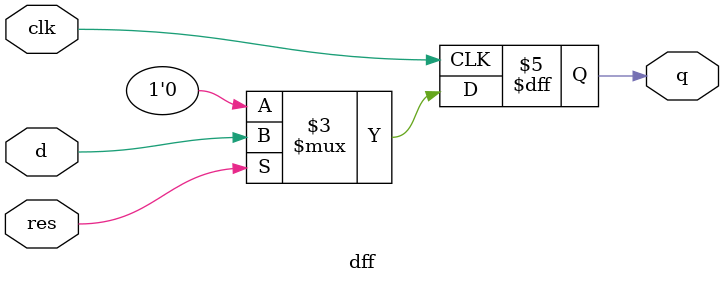
<source format=v>
module dff(d,res,clk,q);
  input d,res,clk;
  output reg q;
  always @ (posedge clk)begin
    if (res)
      q<=d;
    else
      q<=0;
  end 
endmodule

</source>
